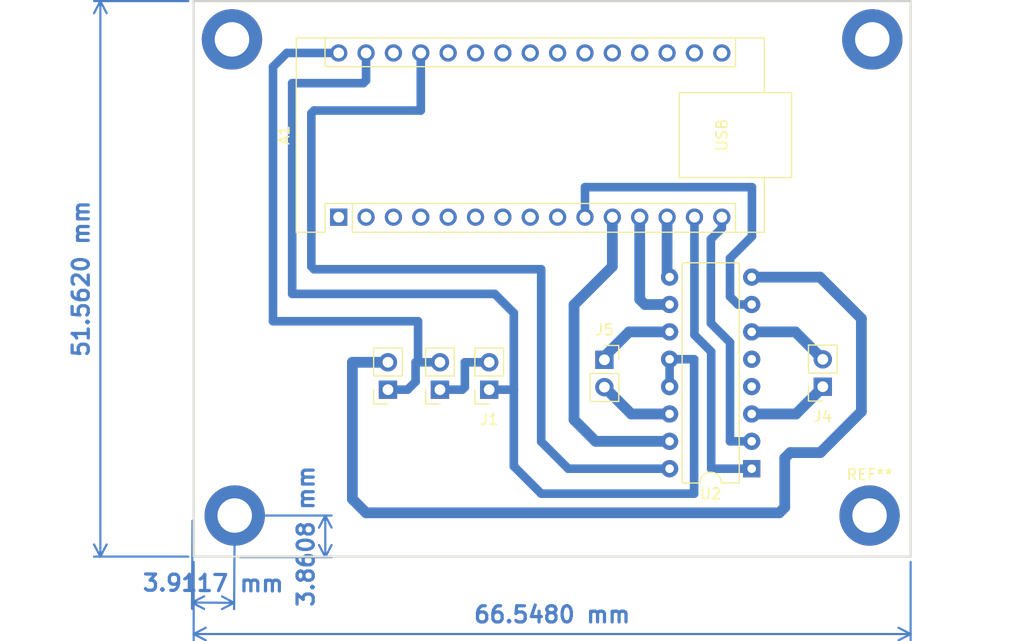
<source format=kicad_pcb>
(kicad_pcb (version 20240108) (generator "pcbnew") (generator_version "8.0")
  (layers (0 "F.Cu" signal) (31 "B.Cu" signal) (34 "B.Paste" user) (35 "F.Paste" user) (36 "B.SilkS" user "B.Silkscreen") (37 "F.SilkS" user "F.Silkscreen") (38 "B.Mask" user) (39 "F.Mask" user) (44 "Edge.Cuts" user))
  (net 0 "")
  (net 4 "/INA1")
  (net 5 "/INA2")
  (net 6 "/PWM1")
  (net 9 "/PWM2")
  (net 14 "GND")
  (net 18 "/INB2")
  (net 20 "/5v")
  (net 26 "/INB1")
  (net 28 "/7.4v")
  (net 29 "/3.7v")
  (net 30 "/11.1v")
  (net 31 "/OUTA1")
  (net 32 "/OUTA2")
  (net 33 "/OUTB2")
  (net 34 "/OUTB1")
  (footprint "Connector_PinSocket_2.54mm:PinSocket_1x02_P2.54mm_Vertical" (layer "F.Cu") (at 107.925 47.732 180)
    (property "Reference" "J4" (at 0 -2.77 180) (layer "F.SilkS"))
    (property "Value" "Conn_01x02_Pin")
    (fp_line (start 1.33 1.27) (end 1.33 3.87) (stroke (width 0.12)) (layer "F.SilkS"))
    (fp_line (start 1.33 -1.33) (end 1.33 0) (stroke (width 0.12)) (layer "F.SilkS"))
    (fp_line (start 0 -1.33) (end 1.33 -1.33) (stroke (width 0.12)) (layer "F.SilkS"))
    (fp_line (start -1.33 3.87) (end 1.33 3.87) (stroke (width 0.12)) (layer "F.SilkS"))
    (fp_line (start -1.33 1.27) (end 1.33 1.27) (stroke (width 0.12)) (layer "F.SilkS"))
    (fp_line (start -1.33 1.27) (end -1.33 3.87) (stroke (width 0.12)) (layer "F.SilkS"))
    (pad "1" thru_hole rect (at 0 0 180) (size 1.7 1.7) (drill 1) (layers "*.Cu" "*.Mask") (net 31 "/OUTA1"))
    (pad "2" thru_hole oval (at 0 2.54 180) (size 1.7 1.7) (drill 1) (layers "*.Cu" "*.Mask") (net 32 "/OUTA2"))
  )
  (footprint "MountingHole:MountingHole_3.2mm_M3_DIN965_Pad" (layer "F.Cu") (at 112.268 59.69)
    (property "Reference" "REF**" (at 0 -3.8 0) (layer "F.SilkS"))
    (property "Value" "MountingHole_3.2mm_M3_DIN965_Pad")
    (pad "1" thru_hole circle (at 0 0) (size 5.6 5.6) (drill 3.2) (layers "*.Cu" "*.Mask"))
  )
  (footprint "Connector_PinSocket_2.54mm:PinSocket_1x02_P2.54mm_Vertical" (layer "F.Cu") (at 67.564 48.006 180)
    (property "Reference" "J3" (hide yes))
    (property "Value" "Conn_01x02_Pin")
    (fp_line (start 1.33 1.27) (end 1.33 3.87) (stroke (width 0.12)) (layer "F.SilkS"))
    (fp_line (start 1.33 -1.33) (end 1.33 0) (stroke (width 0.12)) (layer "F.SilkS"))
    (fp_line (start 0 -1.33) (end 1.33 -1.33) (stroke (width 0.12)) (layer "F.SilkS"))
    (fp_line (start -1.33 3.87) (end 1.33 3.87) (stroke (width 0.12)) (layer "F.SilkS"))
    (fp_line (start -1.33 1.27) (end 1.33 1.27) (stroke (width 0.12)) (layer "F.SilkS"))
    (fp_line (start -1.33 1.27) (end -1.33 3.87) (stroke (width 0.12)) (layer "F.SilkS"))
    (pad "1" thru_hole rect (at 0 0 180) (size 1.7 1.7) (drill 1) (layers "*.Cu" "*.Mask") (net 28 "/7.4v"))
    (pad "2" thru_hole oval (at 0 2.54 180) (size 1.7 1.7) (drill 1) (layers "*.Cu" "*.Mask") (net 30 "/11.1v"))
  )
  (footprint "Connector_PinSocket_2.54mm:PinSocket_1x02_P2.54mm_Vertical" (layer "F.Cu") (at 87.655 45.232)
    (property "Reference" "J5" (at 0 -2.77 0) (layer "F.SilkS"))
    (property "Value" "Conn_01x02_Pin")
    (fp_line (start -1.33 1.27) (end -1.33 3.87) (stroke (width 0.12)) (layer "F.SilkS"))
    (fp_line (start -1.33 1.27) (end 1.33 1.27) (stroke (width 0.12)) (layer "F.SilkS"))
    (fp_line (start -1.33 3.87) (end 1.33 3.87) (stroke (width 0.12)) (layer "F.SilkS"))
    (fp_line (start 0 -1.33) (end 1.33 -1.33) (stroke (width 0.12)) (layer "F.SilkS"))
    (fp_line (start 1.33 -1.33) (end 1.33 0) (stroke (width 0.12)) (layer "F.SilkS"))
    (fp_line (start 1.33 1.27) (end 1.33 3.87) (stroke (width 0.12)) (layer "F.SilkS"))
    (pad "1" thru_hole rect (at 0 0) (size 1.7 1.7) (drill 1) (layers "*.Cu" "*.Mask") (net 34 "/OUTB1"))
    (pad "2" thru_hole oval (at 0 2.54) (size 1.7 1.7) (drill 1) (layers "*.Cu" "*.Mask") (net 33 "/OUTB2"))
  )
  (footprint "Package_DIP:DIP-16_W7.62mm" (layer "F.Cu") (at 101.326 55.342 180)
    (property "Reference" "U2" (at 3.81 -2.33 180) (layer "F.SilkS"))
    (property "Value" "L293" (hide yes))
    (fp_line (start 6.46 19.11) (end 6.46 -1.33) (stroke (width 0.12)) (layer "F.SilkS"))
    (fp_line (start 6.46 -1.33) (end 4.81 -1.33) (stroke (width 0.12)) (layer "F.SilkS"))
    (fp_line (start 2.81 -1.33) (end 1.16 -1.33) (stroke (width 0.12)) (layer "F.SilkS"))
    (fp_line (start 1.16 19.11) (end 6.46 19.11) (stroke (width 0.12)) (layer "F.SilkS"))
    (fp_line (start 1.16 -1.33) (end 1.16 19.11) (stroke (width 0.12)) (layer "F.SilkS"))
    (fp_arc (start 4.81 -1.33) (mid 3.81 -0.33) (end 2.81 -1.33) (stroke (width 0.12)) (layer "F.SilkS"))
    (pad "1" thru_hole rect (at 0 0 180) (size 1.6 1.6) (drill 0.8) (layers "*.Cu" "*.Mask") (net 6 "/PWM1"))
    (pad "2" thru_hole oval (at 0 2.54 180) (size 1.6 1.6) (drill 0.8) (layers "*.Cu" "*.Mask") (net 4 "/INA1"))
    (pad "3" thru_hole oval (at 0 5.08 180) (size 1.6 1.6) (drill 0.8) (layers "*.Cu" "*.Mask") (net 31 "/OUTA1"))
    (pad "4" thru_hole oval (at 0 7.62 180) (size 1.6 1.6) (drill 0.8) (layers "*.Cu" "*.Mask") (net 14 "GND"))
    (pad "5" thru_hole oval (at 0 10.16 180) (size 1.6 1.6) (drill 0.8) (layers "*.Cu" "*.Mask") (net 14 "GND"))
    (pad "6" thru_hole oval (at 0 12.7 180) (size 1.6 1.6) (drill 0.8) (layers "*.Cu" "*.Mask") (net 32 "/OUTA2"))
    (pad "7" thru_hole oval (at 0 15.24 180) (size 1.6 1.6) (drill 0.8) (layers "*.Cu" "*.Mask") (net 5 "/INA2"))
    (pad "8" thru_hole oval (at 0 17.78 180) (size 1.6 1.6) (drill 0.8) (layers "*.Cu" "*.Mask") (net 30 "/11.1v"))
    (pad "9" thru_hole oval (at 7.62 17.78 180) (size 1.6 1.6) (drill 0.8) (layers "*.Cu" "*.Mask") (net 9 "/PWM2"))
    (pad "10" thru_hole oval (at 7.62 15.24 180) (size 1.6 1.6) (drill 0.8) (layers "*.Cu" "*.Mask") (net 18 "/INB2"))
    (pad "11" thru_hole oval (at 7.62 12.7 180) (size 1.6 1.6) (drill 0.8) (layers "*.Cu" "*.Mask") (net 34 "/OUTB1"))
    (pad "12" thru_hole oval (at 7.62 10.16 180) (size 1.6 1.6) (drill 0.8) (layers "*.Cu" "*.Mask") (net 14 "GND"))
    (pad "13" thru_hole oval (at 7.62 7.62 180) (size 1.6 1.6) (drill 0.8) (layers "*.Cu" "*.Mask") (net 14 "GND"))
    (pad "14" thru_hole oval (at 7.62 5.08 180) (size 1.6 1.6) (drill 0.8) (layers "*.Cu" "*.Mask") (net 33 "/OUTB2"))
    (pad "15" thru_hole oval (at 7.62 2.54 180) (size 1.6 1.6) (drill 0.8) (layers "*.Cu" "*.Mask") (net 26 "/INB1"))
    (pad "16" thru_hole oval (at 7.62 0 180) (size 1.6 1.6) (drill 0.8) (layers "*.Cu" "*.Mask") (net 20 "/5v"))
  )
  (footprint "" (layer "F.Cu") (at 53.34 59.69)
    (property "Reference" "" (at 0 0 0) (layer "F.SilkS") (effects (font (size 1.27 1.27))))
    (property "Value" "")
    (pad "1" thru_hole circle (at 0 0) (size 5.6 5.6) (drill 3.2) (layers "*.Cu" "*.Mask"))
  )
  (footprint "" (layer "F.Cu") (at 53.086 15.494)
    (property "Reference" "" (at 0 0 0) (layer "F.SilkS") (effects (font (size 1.27 1.27))))
    (property "Value" "")
    (pad "1" thru_hole circle (at 0 0) (size 5.6 5.6) (drill 3.2) (layers "*.Cu" "*.Mask"))
  )
  (footprint "Connector_PinSocket_2.54mm:PinSocket_1x02_P2.54mm_Vertical" (layer "F.Cu") (at 76.962 48.006 180)
    (property "Reference" "J1" (at 0 -2.77 180) (layer "F.SilkS"))
    (property "Value" "Conn_01x02_Pin")
    (fp_line (start 1.33 1.27) (end 1.33 3.87) (stroke (width 0.12)) (layer "F.SilkS"))
    (fp_line (start 1.33 -1.33) (end 1.33 0) (stroke (width 0.12)) (layer "F.SilkS"))
    (fp_line (start 0 -1.33) (end 1.33 -1.33) (stroke (width 0.12)) (layer "F.SilkS"))
    (fp_line (start -1.33 3.87) (end 1.33 3.87) (stroke (width 0.12)) (layer "F.SilkS"))
    (fp_line (start -1.33 1.27) (end 1.33 1.27) (stroke (width 0.12)) (layer "F.SilkS"))
    (fp_line (start -1.33 1.27) (end -1.33 3.87) (stroke (width 0.12)) (layer "F.SilkS"))
    (pad "1" thru_hole rect (at 0 0 180) (size 1.7 1.7) (drill 1) (layers "*.Cu" "*.Mask") (net 14 "GND"))
    (pad "2" thru_hole oval (at 0 2.54 180) (size 1.7 1.7) (drill 1) (layers "*.Cu" "*.Mask") (net 29 "/3.7v"))
  )
  (footprint "Module:Arduino_Nano" (layer "F.Cu") (at 62.992 31.994 90)
    (property "Reference" "A1" (at 7.62 -5.08 -90) (layer "F.SilkS"))
    (property "Value" "Arduino_Nano_v3.x")
    (fp_line (start 16.64 -3.94) (end -1.4 -3.94) (stroke (width 0.12)) (layer "F.SilkS"))
    (fp_line (start -1.4 -3.94) (end -1.4 -1.27) (stroke (width 0.12)) (layer "F.SilkS"))
    (fp_line (start 13.97 -1.27) (end 16.64 -1.27) (stroke (width 0.12)) (layer "F.SilkS"))
    (fp_line (start 13.97 -1.27) (end 13.97 36.83) (stroke (width 0.12)) (layer "F.SilkS"))
    (fp_line (start 1.27 -1.27) (end -1.4 -1.27) (stroke (width 0.12)) (layer "F.SilkS"))
    (fp_line (start 1.27 1.27) (end 1.27 -1.27) (stroke (width 0.12)) (layer "F.SilkS"))
    (fp_line (start 1.27 1.27) (end -1.4 1.27) (stroke (width 0.12)) (layer "F.SilkS"))
    (fp_line (start 1.27 1.27) (end 1.27 36.83) (stroke (width 0.12)) (layer "F.SilkS"))
    (fp_line (start -1.4 1.27) (end -1.4 39.5) (stroke (width 0.12)) (layer "F.SilkS"))
    (fp_line (start 11.56 31.62) (end 11.56 42.04) (stroke (width 0.12)) (layer "F.SilkS"))
    (fp_line (start 3.68 31.62) (end 11.56 31.62) (stroke (width 0.12)) (layer "F.SilkS"))
    (fp_line (start 13.97 36.83) (end 16.64 36.83) (stroke (width 0.12)) (layer "F.SilkS"))
    (fp_line (start 1.27 36.83) (end -1.4 36.83) (stroke (width 0.12)) (layer "F.SilkS"))
    (fp_line (start 16.64 39.5) (end 16.64 -3.94) (stroke (width 0.12)) (layer "F.SilkS"))
    (fp_line (start 16.64 39.5) (end 11.56 39.5) (stroke (width 0.12)) (layer "F.SilkS"))
    (fp_line (start -1.4 39.5) (end 3.68 39.5) (stroke (width 0.12)) (layer "F.SilkS"))
    (fp_line (start 11.56 42.04) (end 3.68 42.04) (stroke (width 0.12)) (layer "F.SilkS"))
    (fp_line (start 3.68 42.04) (end 3.68 31.62) (stroke (width 0.12)) (layer "F.SilkS"))
    (fp_text user "USB" (at 7.62 35.56 90) (layer "F.SilkS"))
    (pad "1" thru_hole rect (at 0 0 90) (size 1.6 1.6) (drill 1) (layers "*.Cu" "*.Mask"))
    (pad "2" thru_hole oval (at 0 2.54 90) (size 1.6 1.6) (drill 1) (layers "*.Cu" "*.Mask"))
    (pad "3" thru_hole oval (at 0 5.08 90) (size 1.6 1.6) (drill 1) (layers "*.Cu" "*.Mask"))
    (pad "4" thru_hole oval (at 0 7.62 90) (size 1.6 1.6) (drill 1) (layers "*.Cu" "*.Mask") (net 14 "GND"))
    (pad "5" thru_hole oval (at 0 10.16 90) (size 1.6 1.6) (drill 1) (layers "*.Cu" "*.Mask"))
    (pad "6" thru_hole oval (at 0 12.7 90) (size 1.6 1.6) (drill 1) (layers "*.Cu" "*.Mask"))
    (pad "7" thru_hole oval (at 0 15.24 90) (size 1.6 1.6) (drill 1) (layers "*.Cu" "*.Mask"))
    (pad "8" thru_hole oval (at 0 17.78 90) (size 1.6 1.6) (drill 1) (layers "*.Cu" "*.Mask"))
    (pad "9" thru_hole oval (at 0 20.32 90) (size 1.6 1.6) (drill 1) (layers "*.Cu" "*.Mask"))
    (pad "10" thru_hole oval (at 0 22.86 90) (size 1.6 1.6) (drill 1) (layers "*.Cu" "*.Mask") (net 5 "/INA2"))
    (pad "11" thru_hole oval (at 0 25.4 90) (size 1.6 1.6) (drill 1) (layers "*.Cu" "*.Mask") (net 26 "/INB1"))
    (pad "12" thru_hole oval (at 0 27.94 90) (size 1.6 1.6) (drill 1) (layers "*.Cu" "*.Mask") (net 18 "/INB2"))
    (pad "13" thru_hole oval (at 0 30.48 90) (size 1.6 1.6) (drill 1) (layers "*.Cu" "*.Mask") (net 9 "/PWM2"))
    (pad "14" thru_hole oval (at 0 33.02 90) (size 1.6 1.6) (drill 1) (layers "*.Cu" "*.Mask") (net 6 "/PWM1"))
    (pad "15" thru_hole oval (at 0 35.56 90) (size 1.6 1.6) (drill 1) (layers "*.Cu" "*.Mask") (net 4 "/INA1"))
    (pad "16" thru_hole oval (at 15.24 35.56 90) (size 1.6 1.6) (drill 1) (layers "*.Cu" "*.Mask"))
    (pad "17" thru_hole oval (at 15.24 33.02 90) (size 1.6 1.6) (drill 1) (layers "*.Cu" "*.Mask"))
    (pad "18" thru_hole oval (at 15.24 30.48 90) (size 1.6 1.6) (drill 1) (layers "*.Cu" "*.Mask"))
    (pad "19" thru_hole oval (at 15.24 27.94 90) (size 1.6 1.6) (drill 1) (layers "*.Cu" "*.Mask"))
    (pad "20" thru_hole oval (at 15.24 25.4 90) (size 1.6 1.6) (drill 1) (layers "*.Cu" "*.Mask"))
    (pad "21" thru_hole oval (at 15.24 22.86 90) (size 1.6 1.6) (drill 1) (layers "*.Cu" "*.Mask"))
    (pad "22" thru_hole oval (at 15.24 20.32 90) (size 1.6 1.6) (drill 1) (layers "*.Cu" "*.Mask"))
    (pad "23" thru_hole oval (at 15.24 17.78 90) (size 1.6 1.6) (drill 1) (layers "*.Cu" "*.Mask"))
    (pad "24" thru_hole oval (at 15.24 15.24 90) (size 1.6 1.6) (drill 1) (layers "*.Cu" "*.Mask"))
    (pad "25" thru_hole oval (at 15.24 12.7 90) (size 1.6 1.6) (drill 1) (layers "*.Cu" "*.Mask"))
    (pad "26" thru_hole oval (at 15.24 10.16 90) (size 1.6 1.6) (drill 1) (layers "*.Cu" "*.Mask"))
    (pad "27" thru_hole oval (at 15.24 7.62 90) (size 1.6 1.6) (drill 1) (layers "*.Cu" "*.Mask") (net 20 "/5v"))
    (pad "28" thru_hole oval (at 15.24 5.08 90) (size 1.6 1.6) (drill 1) (layers "*.Cu" "*.Mask"))
    (pad "29" thru_hole oval (at 15.24 2.54 90) (size 1.6 1.6) (drill 1) (layers "*.Cu" "*.Mask") (net 14 "GND"))
    (pad "30" thru_hole oval (at 15.24 0 90) (size 1.6 1.6) (drill 1) (layers "*.Cu" "*.Mask") (net 28 "/7.4v"))
  )
  (footprint "Connector_PinSocket_2.54mm:PinSocket_1x02_P2.54mm_Vertical" (layer "F.Cu") (at 72.39 48.006 180)
    (property "Reference" "J2" (hide yes))
    (property "Value" "Conn_01x02_Pin")
    (fp_line (start 1.33 1.27) (end 1.33 3.87) (stroke (width 0.12)) (layer "F.SilkS"))
    (fp_line (start 1.33 -1.33) (end 1.33 0) (stroke (width 0.12)) (layer "F.SilkS"))
    (fp_line (start 0 -1.33) (end 1.33 -1.33) (stroke (width 0.12)) (layer "F.SilkS"))
    (fp_line (start -1.33 3.87) (end 1.33 3.87) (stroke (width 0.12)) (layer "F.SilkS"))
    (fp_line (start -1.33 1.27) (end 1.33 1.27) (stroke (width 0.12)) (layer "F.SilkS"))
    (fp_line (start -1.33 1.27) (end -1.33 3.87) (stroke (width 0.12)) (layer "F.SilkS"))
    (pad "1" thru_hole rect (at 0 0 180) (size 1.7 1.7) (drill 1) (layers "*.Cu" "*.Mask") (net 29 "/3.7v"))
    (pad "2" thru_hole oval (at 0 2.54 180) (size 1.7 1.7) (drill 1) (layers "*.Cu" "*.Mask") (net 28 "/7.4v"))
  )
  (footprint "" (layer "F.Cu") (at 112.522 15.494)
    (property "Reference" "" (at 0 0 0) (layer "F.SilkS") (effects (font (size 1.27 1.27))))
    (property "Value" "")
    (pad "1" thru_hole circle (at 0 0) (size 5.6 5.6) (drill 3.2) (layers "*.Cu" "*.Mask"))
  )
  (gr_rect (start 49.53 11.938) (end 116.078 63.5) (stroke (width 0.2)) (fill none) (layer "Edge.Cuts"))
  (dimension (type aligned) (layer "B.Cu") (pts (xy 53.34 63.5508) (xy 53.34 59.69)) (height 8.4074) (gr_text "3,8608 mm" (at 59.9474 61.6204 90) (layer "B.Cu") (effects (font (size 1.5 1.5) (thickness 0.3)))) (format (prefix "") (suffix "") (units 3) (units_format 1) (precision 4)) (style (thickness 0.2) (arrow_length 1.27) (text_position_mode 0) (extension_height 0.58642) (extension_offset 0.5) keep_text_aligned))
  (dimension (type aligned) (layer "B.Cu") (pts (xy 49.53 11.938) (xy 49.53 63.5)) (height 8.661399) (gr_text "51,5620 mm" (at 39.068601 37.719 90) (layer "B.Cu") (effects (font (size 1.5 1.5) (thickness 0.3)))) (format (prefix "") (suffix "") (units 3) (units_format 1) (precision 4)) (style (thickness 0.2) (arrow_length 1.27) (text_position_mode 0) (extension_height 0.58642) (extension_offset 0.5) keep_text_aligned))
  (dimension (type aligned) (layer "B.Cu") (pts (xy 49.53 63.5) (xy 116.078 63.5)) (height 7.188199) (gr_text "66,5480 mm" (at 82.804 68.888199 0) (layer "B.Cu") (effects (font (size 1.5 1.5) (thickness 0.3)))) (format (prefix "") (suffix "") (units 3) (units_format 1) (precision 4)) (style (thickness 0.2) (arrow_length 1.27) (text_position_mode 0) (extension_height 0.58642) (extension_offset 0.5) keep_text_aligned))
  (dimension (type aligned) (layer "B.Cu") (pts (xy 49.4284 59.6646) (xy 53.34 59.69)) (height 8.100734) (gr_text "3,9117 mm" (at 51.343287 65.977901 359.6279547) (layer "B.Cu") (effects (font (size 1.5 1.5) (thickness 0.3)))) (format (prefix "") (suffix "") (units 3) (units_format 1) (precision 4)) (style (thickness 0.2) (arrow_length 1.27) (text_position_mode 0) (extension_height 0.58642) (extension_offset 0.5) keep_text_aligned))
  (segment (start 101.326 52.802) (end 99.314 52.802) (width 0.8) (layer "B.Cu") (net 4))
  (segment (start 99.314 52.802) (end 99.314 43.615893) (width 0.8) (layer "B.Cu") (net 4))
  (segment (start 97.536 41.837893) (end 97.536 34.036) (width 0.8) (layer "B.Cu") (net 4))
  (segment (start 97.536 34.036) (end 98.552 33.02) (width 0.8) (layer "B.Cu") (net 4))
  (segment (start 99.314 43.615893) (end 97.536 41.837893) (width 0.8) (layer "B.Cu") (net 4))
  (segment (start 98.552 33.02) (end 98.552 31.994) (width 0.8) (layer "B.Cu") (net 4))
  (segment (start 99.314 39.37) (end 100.046 40.102) (width 0.8) (layer "B.Cu") (net 5))
  (segment (start 99.314 35.814) (end 99.314 39.37) (width 0.8) (layer "B.Cu") (net 5))
  (segment (start 101.346 33.782) (end 99.314 35.814) (width 0.8) (layer "B.Cu") (net 5))
  (segment (start 101.346 29.21) (end 101.346 33.782) (width 0.8) (layer "B.Cu") (net 5))
  (segment (start 85.852 29.21) (end 101.346 29.21) (width 0.8) (layer "B.Cu") (net 5))
  (segment (start 85.852 31.994) (end 85.852 29.21) (width 0.8) (layer "B.Cu") (net 5))
  (segment (start 100.046 40.102) (end 101.326 40.102) (width 0.8) (layer "B.Cu") (net 5))
  (segment (start 96.012 42.926) (end 96.012 31.994) (width 0.8) (layer "B.Cu") (net 6))
  (segment (start 97.566 55.342) (end 97.566 44.48) (width 0.8) (layer "B.Cu") (net 6))
  (segment (start 101.326 55.342) (end 97.566 55.342) (width 0.8) (layer "B.Cu") (net 6))
  (segment (start 97.566 44.48) (end 96.012 42.926) (width 0.8) (layer "B.Cu") (net 6))
  (segment (start 93.472 37.328) (end 93.472 31.994) (width 1) (layer "B.Cu") (net 9))
  (segment (start 93.706 37.562) (end 93.472 37.328) (width 1) (layer "B.Cu") (net 9))
  (segment (start 81.788 57.658) (end 79.248 55.118) (width 0.8) (layer "B.Cu") (net 14))
  (segment (start 65.532 19.304) (end 65.532 16.754) (width 0.8) (layer "B.Cu") (net 14))
  (segment (start 79.248 55.118) (end 79.248 48.006) (width 0.8) (layer "B.Cu") (net 14))
  (segment (start 79.248 40.894) (end 77.47 39.116) (width 0.8) (layer "B.Cu") (net 14))
  (segment (start 95.982 57.658) (end 81.788 57.658) (width 0.8) (layer "B.Cu") (net 14))
  (segment (start 58.674 19.558) (end 65.278 19.558) (width 0.8) (layer "B.Cu") (net 14))
  (segment (start 93.706 45.182) (end 93.706 47.722) (width 0.8) (layer "B.Cu") (net 14))
  (segment (start 58.674 39.116) (end 58.674 19.558) (width 0.8) (layer "B.Cu") (net 14))
  (segment (start 79.248 48.006) (end 79.248 40.894) (width 0.8) (layer "B.Cu") (net 14))
  (segment (start 65.278 19.558) (end 65.532 19.304) (width 0.8) (layer "B.Cu") (net 14))
  (segment (start 95.982 45.182) (end 95.982 57.658) (width 0.8) (layer "B.Cu") (net 14))
  (segment (start 93.706 45.182) (end 95.982 45.182) (width 0.8) (layer "B.Cu") (net 14))
  (segment (start 77.47 39.116) (end 58.674 39.116) (width 0.8) (layer "B.Cu") (net 14))
  (segment (start 76.962 48.006) (end 79.248 48.006) (width 0.8) (layer "B.Cu") (net 14))
  (segment (start 90.932 39.624) (end 91.41 40.102) (width 1) (layer "B.Cu") (net 18))
  (segment (start 90.932 31.994) (end 90.932 39.624) (width 1) (layer "B.Cu") (net 18))
  (segment (start 91.41 40.102) (end 93.706 40.102) (width 1) (layer "B.Cu") (net 18))
  (segment (start 70.612 22.098) (end 60.706 22.098) (width 0.8) (layer "B.Cu") (net 20))
  (segment (start 81.788 52.832) (end 84.298 55.342) (width 0.8) (layer "B.Cu") (net 20))
  (segment (start 60.706 36.83) (end 81.788 36.83) (width 0.8) (layer "B.Cu") (net 20))
  (segment (start 60.452 36.576) (end 60.706 36.83) (width 0.8) (layer "B.Cu") (net 20))
  (segment (start 60.452 22.352) (end 60.452 36.576) (width 0.8) (layer "B.Cu") (net 20))
  (segment (start 84.298 55.342) (end 93.706 55.342) (width 0.8) (layer "B.Cu") (net 20))
  (segment (start 81.788 36.83) (end 81.788 52.832) (width 0.8) (layer "B.Cu") (net 20))
  (segment (start 70.612 16.754) (end 70.612 22.098) (width 0.8) (layer "B.Cu") (net 20))
  (segment (start 60.706 22.098) (end 60.452 22.352) (width 0.8) (layer "B.Cu") (net 20))
  (segment (start 86.838 52.802) (end 93.706 52.802) (width 1) (layer "B.Cu") (net 26))
  (segment (start 88.392 36.576) (end 84.836 40.132) (width 1) (layer "B.Cu") (net 26))
  (segment (start 84.836 50.8) (end 86.838 52.802) (width 1) (layer "B.Cu") (net 26))
  (segment (start 88.392 31.994) (end 88.392 36.576) (width 1) (layer "B.Cu") (net 26))
  (segment (start 84.836 40.132) (end 84.836 50.8) (width 1) (layer "B.Cu") (net 26))
  (segment (start 70.129 45.466) (end 70.129 47.264) (width 0.8) (layer "B.Cu") (net 28))
  (segment (start 72.39 45.466) (end 70.358 45.466) (width 0.8) (layer "B.Cu") (net 28))
  (segment (start 56.896 41.656) (end 56.896 18.034) (width 0.8) (layer "B.Cu") (net 28))
  (segment (start 70.358 41.656) (end 56.896 41.656) (width 0.8) (layer "B.Cu") (net 28))
  (segment (start 58.176 16.754) (end 62.992 16.754) (width 0.8) (layer "B.Cu") (net 28))
  (segment (start 70.129 47.264) (end 69.387 48.006) (width 0.8) (layer "B.Cu") (net 28))
  (segment (start 70.358 45.466) (end 70.358 41.656) (width 0.8) (layer "B.Cu") (net 28))
  (segment (start 56.896 18.034) (end 58.176 16.754) (width 0.8) (layer "B.Cu") (net 28))
  (segment (start 69.387 48.006) (end 67.564 48.006) (width 0.8) (layer "B.Cu") (net 28))
  (segment (start 70.358 45.466) (end 70.129 45.466) (width 0.8) (layer "B.Cu") (net 28))
  (segment (start 74.701 47.772) (end 74.467 48.006) (width 0.8) (layer "B.Cu") (net 29))
  (segment (start 76.962 45.466) (end 74.701 45.466) (width 0.8) (layer "B.Cu") (net 29))
  (segment (start 74.701 45.466) (end 74.701 47.772) (width 0.8) (layer "B.Cu") (net 29))
  (segment (start 74.467 48.006) (end 72.39 48.006) (width 0.8) (layer "B.Cu") (net 29))
  (segment (start 67.564 45.466) (end 64.262 45.466) (width 1) (layer "B.Cu") (net 30))
  (segment (start 111.506 50.038) (end 111.506 41.402) (width 1) (layer "B.Cu") (net 30))
  (segment (start 64.262 45.466) (end 64.262 58.166) (width 1) (layer "B.Cu") (net 30))
  (segment (start 65.532 59.436) (end 103.886 59.436) (width 1) (layer "B.Cu") (net 30))
  (segment (start 104.902 53.848) (end 107.696 53.848) (width 1) (layer "B.Cu") (net 30))
  (segment (start 104.394 54.356) (end 104.902 53.848) (width 1) (layer "B.Cu") (net 30))
  (segment (start 103.886 59.436) (end 104.394 58.928) (width 1) (layer "B.Cu") (net 30))
  (segment (start 107.666 37.562) (end 101.326 37.562) (width 1) (layer "B.Cu") (net 30))
  (segment (start 111.506 41.402) (end 107.666 37.562) (width 1) (layer "B.Cu") (net 30))
  (segment (start 107.696 53.848) (end 111.506 50.038) (width 1) (layer "B.Cu") (net 30))
  (segment (start 64.262 58.166) (end 65.532 59.436) (width 1) (layer "B.Cu") (net 30))
  (segment (start 104.394 58.928) (end 104.394 54.356) (width 1) (layer "B.Cu") (net 30))
  (segment (start 105.44 50.262) (end 107.925 47.777) (width 1) (layer "B.Cu") (net 31))
  (segment (start 107.925 47.777) (end 107.925 47.732) (width 1) (layer "B.Cu") (net 31))
  (segment (start 101.326 50.262) (end 105.44 50.262) (width 1) (layer "B.Cu") (net 31))
  (segment (start 105.375 42.642) (end 107.925 45.192) (width 1) (layer "B.Cu") (net 32))
  (segment (start 101.326 42.642) (end 105.375 42.642) (width 1) (layer "B.Cu") (net 32))
  (segment (start 93.706 50.262) (end 90.145 50.262) (width 1) (layer "B.Cu") (net 33))
  (segment (start 90.145 50.262) (end 87.655 47.772) (width 1) (layer "B.Cu") (net 33))
  (segment (start 87.655 44.933) (end 89.946 42.642) (width 1) (layer "B.Cu") (net 34))
  (segment (start 89.946 42.642) (end 93.706 42.642) (width 1) (layer "B.Cu") (net 34))
  (segment (start 87.655 45.232) (end 87.655 44.933) (width 1) (layer "B.Cu") (net 34))
)
</source>
